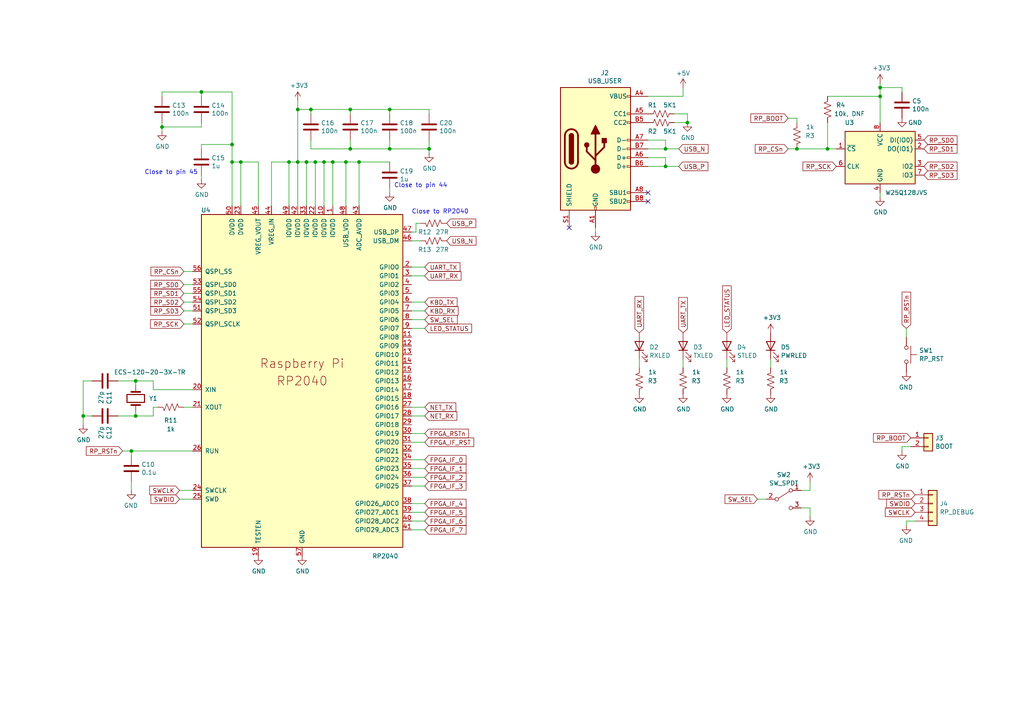
<source format=kicad_sch>
(kicad_sch (version 20230121) (generator eeschema)
  (paper "A4")
  (lib_symbols
    (symbol "Connector:USB_C_Receptacle_USB2.0" (pin_names (offset 1.016))
      (property "Reference" "J" (at -10.16 19.05 0))
      (property "Value" "USB_C_Receptacle_USB2.0" (at 19.05 19.05 0))
      (symbol "USB_C_Receptacle_USB2.0_0_0"
        (rectangle (start -0.254 -17.78) (end 0.254 -16.764))
        (rectangle (start 10.16 -14.986) (end 9.144 -15.494))
        (rectangle (start 10.16 -12.446) (end 9.144 -12.954))
        (rectangle (start 10.16 -4.826) (end 9.144 -5.334))
        (rectangle (start 10.16 -2.286) (end 9.144 -2.794))
        (rectangle (start 10.16 0.254) (end 9.144 -0.254))
        (rectangle (start 10.16 2.794) (end 9.144 2.286))
        (rectangle (start 10.16 7.874) (end 9.144 7.366))
        (rectangle (start 10.16 10.414) (end 9.144 9.906))
        (rectangle (start 10.16 15.494) (end 9.144 14.986))
      )
      (symbol "USB_C_Receptacle_USB2.0_0_1"
        (rectangle (start -10.16 17.78) (end 10.16 -17.78) (stroke (width 0.254)) (fill (type background)))
        (arc (start -8.89 -3.81) (mid -6.985 -5.7067) (end -5.08 -3.81) (stroke (width 0.508)))
        (arc (start -7.62 -3.81) (mid -6.985 -4.4423) (end -6.35 -3.81) (stroke (width 0.254)))
        (arc (start -7.62 -3.81) (mid -6.985 -4.4423) (end -6.35 -3.81) (stroke (width 0.254)) (fill (type outline)))
        (rectangle (start -7.62 -3.81) (end -6.35 3.81) (stroke (width 0.254)) (fill (type outline)))
        (arc (start -6.35 3.81) (mid -6.985 4.4423) (end -7.62 3.81) (stroke (width 0.254)))
        (arc (start -6.35 3.81) (mid -6.985 4.4423) (end -7.62 3.81) (stroke (width 0.254)) (fill (type outline)))
        (arc (start -5.08 3.81) (mid -6.985 5.7067) (end -8.89 3.81) (stroke (width 0.508)))
        (circle (center -2.54 1.143) (radius 0.635) (stroke (width 0.254)) (fill (type outline)))
        (circle (center 0 -5.842) (radius 1.27) (fill (type outline)))
        (polyline (pts (xy -8.89 -3.81) (xy -8.89 3.81)) (stroke (width 0.508)))
        (polyline (pts (xy -5.08 3.81) (xy -5.08 -3.81)) (stroke (width 0.508)))
        (polyline (pts (xy 0 -5.842) (xy 0 4.318)) (stroke (width 0.508)))
        (polyline (pts (xy 0 -3.302) (xy -2.54 -0.762) (xy -2.54 0.508)) (stroke (width 0.508)))
        (polyline (pts (xy 0 -2.032) (xy 2.54 0.508) (xy 2.54 1.778)) (stroke (width 0.508)))
        (polyline (pts (xy -1.27 4.318) (xy 0 6.858) (xy 1.27 4.318) (xy -1.27 4.318)) (stroke (width 0.254)) (fill (type outline)))
        (rectangle (start 1.905 1.778) (end 3.175 3.048) (stroke (width 0.254)) (fill (type outline)))
      )
      (symbol "USB_C_Receptacle_USB2.0_1_1"
        (pin passive line (at 0 -22.86 90) (length 5.08) (name "GND") (number "A1"))
        (pin passive line (at 0 -22.86 90) (length 5.08) hide (name "GND") (number "A12"))
        (pin passive line (at 15.24 15.24 180) (length 5.08) (name "VBUS") (number "A4"))
        (pin bidirectional line (at 15.24 10.16 180) (length 5.08) (name "CC1") (number "A5"))
        (pin bidirectional line (at 15.24 -2.54 180) (length 5.08) (name "D+") (number "A6"))
        (pin bidirectional line (at 15.24 2.54 180) (length 5.08) (name "D-") (number "A7"))
        (pin bidirectional line (at 15.24 -12.7 180) (length 5.08) (name "SBU1") (number "A8"))
        (pin passive line (at 15.24 15.24 180) (length 5.08) hide (name "VBUS") (number "A9"))
        (pin passive line (at 0 -22.86 90) (length 5.08) hide (name "GND") (number "B1"))
        (pin passive line (at 0 -22.86 90) (length 5.08) hide (name "GND") (number "B12"))
        (pin passive line (at 15.24 15.24 180) (length 5.08) hide (name "VBUS") (number "B4"))
        (pin bidirectional line (at 15.24 7.62 180) (length 5.08) (name "CC2") (number "B5"))
        (pin bidirectional line (at 15.24 -5.08 180) (length 5.08) (name "D+") (number "B6"))
        (pin bidirectional line (at 15.24 0 180) (length 5.08) (name "D-") (number "B7"))
        (pin bidirectional line (at 15.24 -15.24 180) (length 5.08) (name "SBU2") (number "B8"))
        (pin passive line (at 15.24 15.24 180) (length 5.08) hide (name "VBUS") (number "B9"))
        (pin passive line (at -7.62 -22.86 90) (length 5.08) (name "SHIELD") (number "S1"))
      )
    )
    (symbol "Connector_Generic:Conn_01x02" (pin_names (offset 1.016) hide)
      (property "Reference" "J" (at 0 2.54 0))
      (property "Value" "Conn_01x02" (at 0 -5.08 0))
      (symbol "Conn_01x02_1_1"
        (rectangle (start -1.27 -2.413) (end 0 -2.667) (stroke (width 0.1524)))
        (rectangle (start -1.27 0.127) (end 0 -0.127) (stroke (width 0.1524)))
        (rectangle (start -1.27 1.27) (end 1.27 -3.81) (stroke (width 0.254)) (fill (type background)))
        (pin passive line (at -5.08 0 0) (length 3.81) (name "Pin_1") (number "1"))
        (pin passive line (at -5.08 -2.54 0) (length 3.81) (name "Pin_2") (number "2"))
      )
    )
    (symbol "Connector_Generic:Conn_01x04" (pin_names (offset 1.016) hide)
      (property "Reference" "J" (at 0 5.08 0))
      (property "Value" "Conn_01x04" (at 0 -7.62 0))
      (symbol "Conn_01x04_1_1"
        (rectangle (start -1.27 -4.953) (end 0 -5.207) (stroke (width 0.1524)))
        (rectangle (start -1.27 -2.413) (end 0 -2.667) (stroke (width 0.1524)))
        (rectangle (start -1.27 0.127) (end 0 -0.127) (stroke (width 0.1524)))
        (rectangle (start -1.27 2.667) (end 0 2.413) (stroke (width 0.1524)))
        (rectangle (start -1.27 3.81) (end 1.27 -6.35) (stroke (width 0.254)) (fill (type background)))
        (pin passive line (at -5.08 2.54 0) (length 3.81) (name "Pin_1") (number "1"))
        (pin passive line (at -5.08 0 0) (length 3.81) (name "Pin_2") (number "2"))
        (pin passive line (at -5.08 -2.54 0) (length 3.81) (name "Pin_3") (number "3"))
        (pin passive line (at -5.08 -5.08 0) (length 3.81) (name "Pin_4") (number "4"))
      )
    )
    (symbol "Device:C" (pin_numbers hide) (pin_names (offset 0.254))
      (property "Reference" "C" (at 0.635 2.54 0))
      (property "Value" "C" (at 0.635 -2.54 0))
      (symbol "C_0_1"
        (polyline (pts (xy -2.032 -0.762) (xy 2.032 -0.762)) (stroke (width 0.508)))
        (polyline (pts (xy -2.032 0.762) (xy 2.032 0.762)) (stroke (width 0.508)))
      )
      (symbol "C_1_1"
        (pin passive line (at 0 3.81 270) (length 2.794) (name "~") (number "1"))
        (pin passive line (at 0 -3.81 90) (length 2.794) (name "~") (number "2"))
      )
    )
    (symbol "Device:Crystal" (pin_numbers hide) (pin_names (offset 1.016) hide)
      (property "Reference" "Y" (at 0 3.81 0))
      (property "Value" "Crystal" (at 0 -3.81 0))
      (symbol "Crystal_0_1"
        (rectangle (start -1.143 2.54) (end 1.143 -2.54) (stroke (width 0.3048)))
        (polyline (pts (xy -2.54 0) (xy -1.905 0)))
        (polyline (pts (xy -1.905 -1.27) (xy -1.905 1.27)) (stroke (width 0.508)))
        (polyline (pts (xy 1.905 -1.27) (xy 1.905 1.27)) (stroke (width 0.508)))
        (polyline (pts (xy 2.54 0) (xy 1.905 0)))
      )
      (symbol "Crystal_1_1"
        (pin passive line (at -3.81 0 0) (length 1.27) (name "1") (number "1"))
        (pin passive line (at 3.81 0 180) (length 1.27) (name "2") (number "2"))
      )
    )
    (symbol "Device:LED" (pin_numbers hide) (pin_names (offset 1.016) hide)
      (property "Reference" "D" (at 0 2.54 0))
      (property "Value" "LED" (at 0 -2.54 0))
      (symbol "LED_0_1"
        (polyline (pts (xy -1.27 -1.27) (xy -1.27 1.27)) (stroke (width 0.254)))
        (polyline (pts (xy -1.27 0) (xy 1.27 0)))
        (polyline (pts (xy 1.27 -1.27) (xy 1.27 1.27) (xy -1.27 0) (xy 1.27 -1.27)) (stroke (width 0.254)))
        (polyline (pts (xy -3.048 -0.762) (xy -4.572 -2.286) (xy -3.81 -2.286) (xy -4.572 -2.286) (xy -4.572 -1.524)))
        (polyline (pts (xy -1.778 -0.762) (xy -3.302 -2.286) (xy -2.54 -2.286) (xy -3.302 -2.286) (xy -3.302 -1.524)))
      )
      (symbol "LED_1_1"
        (pin passive line (at -3.81 0 0) (length 2.54) (name "K") (number "1"))
        (pin passive line (at 3.81 0 180) (length 2.54) (name "A") (number "2"))
      )
    )
    (symbol "Device:R_US" (pin_numbers hide) (pin_names (offset 0))
      (property "Reference" "R" (at 2.54 0 90))
      (property "Value" "R_US" (at -2.54 0 90))
      (symbol "R_US_0_1"
        (polyline (pts (xy 0 -2.286) (xy 0 -2.54)))
        (polyline (pts (xy 0 2.286) (xy 0 2.54)))
        (polyline (pts (xy 0 -0.762) (xy 1.016 -1.143) (xy 0 -1.524) (xy -1.016 -1.905) (xy 0 -2.286)))
        (polyline (pts (xy 0 0.762) (xy 1.016 0.381) (xy 0 0) (xy -1.016 -0.381) (xy 0 -0.762)))
        (polyline (pts (xy 0 2.286) (xy 1.016 1.905) (xy 0 1.524) (xy -1.016 1.143) (xy 0 0.762)))
      )
      (symbol "R_US_1_1"
        (pin passive line (at 0 3.81 270) (length 1.27) (name "~") (number "1"))
        (pin passive line (at 0 -3.81 90) (length 1.27) (name "~") (number "2"))
      )
    )
    (symbol "MCU_RaspberryPi_RP2040:RP2040" (pin_names (offset 1.016))
      (property "Reference" "U" (at -29.21 49.53 0))
      (property "Value" "RP2040" (at 24.13 -49.53 0))
      (symbol "RP2040_0_0"
        (text "Raspberry Pi" (at 0 5.08 0) (effects (font (size 2.54 2.54))))
        (text "RP2040" (at 0 0 0) (effects (font (size 2.54 2.54))))
      )
      (symbol "RP2040_0_1"
        (rectangle (start 29.21 48.26) (end -29.21 -48.26) (stroke (width 0.254)) (fill (type background)))
      )
      (symbol "RP2040_1_1"
        (pin power_in line (at 8.89 50.8 270) (length 2.54) (name "IOVDD") (number "1"))
        (pin power_in line (at 6.35 50.8 270) (length 2.54) (name "IOVDD") (number "10"))
        (pin bidirectional line (at 31.75 12.7 180) (length 2.54) (name "GPIO8") (number "11"))
        (pin bidirectional line (at 31.75 10.16 180) (length 2.54) (name "GPIO9") (number "12"))
        (pin bidirectional line (at 31.75 7.62 180) (length 2.54) (name "GPIO10") (number "13"))
        (pin bidirectional line (at 31.75 5.08 180) (length 2.54) (name "GPIO11") (number "14"))
        (pin bidirectional line (at 31.75 2.54 180) (length 2.54) (name "GPIO12") (number "15"))
        (pin bidirectional line (at 31.75 0 180) (length 2.54) (name "GPIO13") (number "16"))
        (pin bidirectional line (at 31.75 -2.54 180) (length 2.54) (name "GPIO14") (number "17"))
        (pin bidirectional line (at 31.75 -5.08 180) (length 2.54) (name "GPIO15") (number "18"))
        (pin passive line (at -12.7 -50.8 90) (length 2.54) (name "TESTEN") (number "19"))
        (pin bidirectional line (at 31.75 33.02 180) (length 2.54) (name "GPIO0") (number "2"))
        (pin input line (at -31.75 -2.54 0) (length 2.54) (name "XIN") (number "20"))
        (pin passive line (at -31.75 -7.62 0) (length 2.54) (name "XOUT") (number "21"))
        (pin power_in line (at 3.81 50.8 270) (length 2.54) (name "IOVDD") (number "22"))
        (pin power_in line (at -17.78 50.8 270) (length 2.54) (name "DVDD") (number "23"))
        (pin output line (at -31.75 -31.75 0) (length 2.54) (name "SWCLK") (number "24"))
        (pin bidirectional line (at -31.75 -34.29 0) (length 2.54) (name "SWD") (number "25"))
        (pin input line (at -31.75 -20.32 0) (length 2.54) (name "RUN") (number "26"))
        (pin bidirectional line (at 31.75 -7.62 180) (length 2.54) (name "GPIO16") (number "27"))
        (pin bidirectional line (at 31.75 -10.16 180) (length 2.54) (name "GPIO17") (number "28"))
        (pin bidirectional line (at 31.75 -12.7 180) (length 2.54) (name "GPIO18") (number "29"))
        (pin bidirectional line (at 31.75 30.48 180) (length 2.54) (name "GPIO1") (number "3"))
        (pin bidirectional line (at 31.75 -15.24 180) (length 2.54) (name "GPIO19") (number "30"))
        (pin bidirectional line (at 31.75 -17.78 180) (length 2.54) (name "GPIO20") (number "31"))
        (pin bidirectional line (at 31.75 -20.32 180) (length 2.54) (name "GPIO21") (number "32"))
        (pin power_in line (at 1.27 50.8 270) (length 2.54) (name "IOVDD") (number "33"))
        (pin bidirectional line (at 31.75 -22.86 180) (length 2.54) (name "GPIO22") (number "34"))
        (pin bidirectional line (at 31.75 -25.4 180) (length 2.54) (name "GPIO23") (number "35"))
        (pin bidirectional line (at 31.75 -27.94 180) (length 2.54) (name "GPIO24") (number "36"))
        (pin bidirectional line (at 31.75 -30.48 180) (length 2.54) (name "GPIO25") (number "37"))
        (pin bidirectional line (at 31.75 -35.56 180) (length 2.54) (name "GPIO26_ADC0") (number "38"))
        (pin bidirectional line (at 31.75 -38.1 180) (length 2.54) (name "GPIO27_ADC1") (number "39"))
        (pin bidirectional line (at 31.75 27.94 180) (length 2.54) (name "GPIO2") (number "4"))
        (pin bidirectional line (at 31.75 -40.64 180) (length 2.54) (name "GPIO28_ADC2") (number "40"))
        (pin bidirectional line (at 31.75 -43.18 180) (length 2.54) (name "GPIO29_ADC3") (number "41"))
        (pin power_in line (at -1.27 50.8 270) (length 2.54) (name "IOVDD") (number "42"))
        (pin power_in line (at 16.51 50.8 270) (length 2.54) (name "ADC_AVDD") (number "43"))
        (pin power_in line (at -8.89 50.8 270) (length 2.54) (name "VREG_IN") (number "44"))
        (pin power_out line (at -12.7 50.8 270) (length 2.54) (name "VREG_VOUT") (number "45"))
        (pin bidirectional line (at 31.75 40.64 180) (length 2.54) (name "USB_DM") (number "46"))
        (pin bidirectional line (at 31.75 43.18 180) (length 2.54) (name "USB_DP") (number "47"))
        (pin power_in line (at 12.7 50.8 270) (length 2.54) (name "USB_VDD") (number "48"))
        (pin power_in line (at -3.81 50.8 270) (length 2.54) (name "IOVDD") (number "49"))
        (pin bidirectional line (at 31.75 25.4 180) (length 2.54) (name "GPIO3") (number "5"))
        (pin power_in line (at -20.32 50.8 270) (length 2.54) (name "DVDD") (number "50"))
        (pin bidirectional line (at -31.75 20.32 0) (length 2.54) (name "QSPI_SD3") (number "51"))
        (pin output line (at -31.75 16.51 0) (length 2.54) (name "QSPI_SCLK") (number "52"))
        (pin bidirectional line (at -31.75 27.94 0) (length 2.54) (name "QSPI_SD0") (number "53"))
        (pin bidirectional line (at -31.75 22.86 0) (length 2.54) (name "QSPI_SD2") (number "54"))
        (pin bidirectional line (at -31.75 25.4 0) (length 2.54) (name "QSPI_SD1") (number "55"))
        (pin bidirectional line (at -31.75 31.75 0) (length 2.54) (name "QSPI_SS") (number "56"))
        (pin power_in line (at 0 -50.8 90) (length 2.54) (name "GND") (number "57"))
        (pin bidirectional line (at 31.75 22.86 180) (length 2.54) (name "GPIO4") (number "6"))
        (pin bidirectional line (at 31.75 20.32 180) (length 2.54) (name "GPIO5") (number "7"))
        (pin bidirectional line (at 31.75 17.78 180) (length 2.54) (name "GPIO6") (number "8"))
        (pin bidirectional line (at 31.75 15.24 180) (length 2.54) (name "GPIO7") (number "9"))
      )
    )
    (symbol "Memory_Flash:W25Q128JVS"
      (property "Reference" "U" (at -8.89 8.89 0))
      (property "Value" "W25Q128JVS" (at 7.62 8.89 0))
      (symbol "W25Q128JVS_0_1"
        (rectangle (start -10.16 7.62) (end 10.16 -7.62) (stroke (width 0.254)) (fill (type background)))
      )
      (symbol "W25Q128JVS_1_1"
        (pin input line (at -12.7 2.54 0) (length 2.54) (name "~{CS}") (number "1"))
        (pin bidirectional line (at 12.7 2.54 180) (length 2.54) (name "DO(IO1)") (number "2"))
        (pin bidirectional line (at 12.7 -2.54 180) (length 2.54) (name "IO2") (number "3"))
        (pin power_in line (at 0 -10.16 90) (length 2.54) (name "GND") (number "4"))
        (pin bidirectional line (at 12.7 5.08 180) (length 2.54) (name "DI(IO0)") (number "5"))
        (pin input line (at -12.7 -2.54 0) (length 2.54) (name "CLK") (number "6"))
        (pin bidirectional line (at 12.7 -5.08 180) (length 2.54) (name "IO3") (number "7"))
        (pin power_in line (at 0 10.16 270) (length 2.54) (name "VCC") (number "8"))
      )
    )
    (symbol "Switch:SW_Push" (pin_numbers hide) (pin_names (offset 1.016) hide)
      (property "Reference" "SW" (at 1.27 2.54 0))
      (property "Value" "SW_Push" (at 0 -1.524 0))
      (symbol "SW_Push_0_1"
        (circle (center -2.032 0) (radius 0.508))
        (polyline (pts (xy 0 1.27) (xy 0 3.048)))
        (polyline (pts (xy 2.54 1.27) (xy -2.54 1.27)))
        (circle (center 2.032 0) (radius 0.508))
        (pin passive line (at -5.08 0 0) (length 2.54) (name "1") (number "1"))
        (pin passive line (at 5.08 0 180) (length 2.54) (name "2") (number "2"))
      )
    )
    (symbol "Switch:SW_SPDT" (pin_names (offset 0) hide)
      (property "Reference" "SW" (at 0 4.318 0))
      (property "Value" "SW_SPDT" (at 0 -5.08 0))
      (symbol "SW_SPDT_0_0"
        (circle (center -2.032 0) (radius 0.508))
        (circle (center 2.032 -2.54) (radius 0.508))
      )
      (symbol "SW_SPDT_0_1"
        (polyline (pts (xy -1.524 0.254) (xy 1.651 2.286)))
        (circle (center 2.032 2.54) (radius 0.508))
      )
      (symbol "SW_SPDT_1_1"
        (pin passive line (at 5.08 2.54 180) (length 2.54) (name "A") (number "1"))
        (pin passive line (at -5.08 0 0) (length 2.54) (name "B") (number "2"))
        (pin passive line (at 5.08 -2.54 180) (length 2.54) (name "C") (number "3"))
      )
    )
    (symbol "power:+3V3" (power) (pin_names (offset 0))
      (property "Value" "+3V3" (at 0 3.556 0))
      (symbol "+3V3_0_1"
        (polyline (pts (xy -0.762 1.27) (xy 0 2.54)))
        (polyline (pts (xy 0 0) (xy 0 2.54)))
        (polyline (pts (xy 0 2.54) (xy 0.762 1.27)))
      )
      (symbol "+3V3_1_1"
        (pin power_in line (at 0 0 90) (length 0) hide (name "+3V3") (number "1"))
      )
    )
    (symbol "power:+5V" (power) (pin_names (offset 0))
      (property "Value" "+5V" (at 0 3.556 0))
      (symbol "+5V_0_1"
        (polyline (pts (xy -0.762 1.27) (xy 0 2.54)))
        (polyline (pts (xy 0 0) (xy 0 2.54)))
        (polyline (pts (xy 0 2.54) (xy 0.762 1.27)))
      )
      (symbol "+5V_1_1"
        (pin power_in line (at 0 0 90) (length 0) hide (name "+5V") (number "1"))
      )
    )
    (symbol "power:GND" (power) (pin_names (offset 0))
      (property "Value" "GND" (at 0 -3.81 0))
      (symbol "GND_0_1"
        (polyline (pts (xy 0 0) (xy 0 -1.27) (xy 1.27 -1.27) (xy 0 -2.54) (xy -1.27 -1.27) (xy 0 -1.27)))
      )
      (symbol "GND_1_1"
        (pin power_in line (at 0 0 270) (length 0) hide (name "GND") (number "1"))
      )
    )
  )
  (junction (at 69.85 46.99))
  (junction (at 101.6 43.18))
  (junction (at 86.36 46.99))
  (junction (at 100.33 46.99))
  (junction (at 86.36 31.75))
  (junction (at 39.37 120.65))
  (junction (at 93.98 46.99))
  (junction (at 83.82 46.99))
  (junction (at 96.52 46.99))
  (junction (at 113.03 31.75))
  (junction (at 193.04 43.18))
  (junction (at 39.37 110.49))
  (junction (at 255.27 27.94))
  (junction (at 104.14 46.99))
  (junction (at 67.31 41.91))
  (junction (at 46.99 36.83))
  (junction (at 91.44 46.99))
  (junction (at 199.39 35.56))
  (junction (at 58.42 26.67))
  (junction (at 101.6 31.75))
  (junction (at 67.31 46.99))
  (junction (at 240.03 43.18))
  (junction (at 255.27 25.4))
  (junction (at 193.04 48.26))
  (junction (at 113.03 43.18))
  (junction (at 124.46 43.18))
  (junction (at 90.17 31.75))
  (junction (at 38.1 130.81))
  (junction (at 88.9 46.99))
  (junction (at 231.14 43.18))
  (junction (at 24.13 120.65))
  (no_connect (at 187.96 55.88))
  (no_connect (at 165.1 66.04))
  (no_connect (at 187.96 58.42))
  (wire (pts (xy 104.14 46.99) (xy 104.14 59.69)))
  (wire (pts (xy 83.82 46.99) (xy 86.36 46.99)))
  (wire (pts (xy 113.03 54.61) (xy 113.03 55.88)))
  (wire (pts (xy 101.6 31.75) (xy 113.03 31.75)))
  (wire (pts (xy 52.07 142.24) (xy 55.88 142.24)))
  (wire (pts (xy 58.42 36.83) (xy 58.42 35.56)))
  (wire (pts (xy 261.62 26.67) (xy 261.62 25.4)))
  (wire (pts (xy 119.38 140.97) (xy 123.19 140.97)))
  (wire (pts (xy 234.95 142.24) (xy 232.41 142.24)))
  (wire (pts (xy 78.74 46.99) (xy 83.82 46.99)))
  (wire (pts (xy 240.03 27.94) (xy 255.27 27.94)))
  (wire (pts (xy 231.14 34.29) (xy 231.14 35.56)))
  (wire (pts (xy 96.52 46.99) (xy 100.33 46.99)))
  (wire (pts (xy 93.98 46.99) (xy 96.52 46.99)))
  (wire (pts (xy 90.17 31.75) (xy 101.6 31.75)))
  (wire (pts (xy 187.96 48.26) (xy 193.04 48.26)))
  (wire (pts (xy 38.1 130.81) (xy 55.88 130.81)))
  (wire (pts (xy 101.6 33.02) (xy 101.6 31.75)))
  (wire (pts (xy 86.36 59.69) (xy 86.36 46.99)))
  (wire (pts (xy 228.6 34.29) (xy 231.14 34.29)))
  (wire (pts (xy 113.03 31.75) (xy 124.46 31.75)))
  (wire (pts (xy 255.27 25.4) (xy 255.27 27.94)))
  (wire (pts (xy 195.58 33.02) (xy 199.39 33.02)))
  (wire (pts (xy 44.45 118.11) (xy 44.45 120.65)))
  (wire (pts (xy 119.38 138.43) (xy 123.19 138.43)))
  (wire (pts (xy 198.12 104.14) (xy 198.12 106.68)))
  (wire (pts (xy 199.39 35.56) (xy 195.58 35.56)))
  (wire (pts (xy 262.89 152.4) (xy 262.89 151.13)))
  (wire (pts (xy 24.13 120.65) (xy 26.67 120.65)))
  (wire (pts (xy 53.34 90.17) (xy 55.88 90.17)))
  (wire (pts (xy 113.03 43.18) (xy 101.6 43.18)))
  (wire (pts (xy 101.6 40.64) (xy 101.6 43.18)))
  (wire (pts (xy 74.93 46.99) (xy 69.85 46.99)))
  (wire (pts (xy 119.38 120.65) (xy 123.19 120.65)))
  (wire (pts (xy 39.37 120.65) (xy 44.45 120.65)))
  (wire (pts (xy 67.31 41.91) (xy 67.31 46.99)))
  (wire (pts (xy 58.42 41.91) (xy 67.31 41.91)))
  (wire (pts (xy 187.96 45.72) (xy 193.04 45.72)))
  (wire (pts (xy 119.38 90.17) (xy 123.19 90.17)))
  (wire (pts (xy 45.72 118.11) (xy 44.45 118.11)))
  (wire (pts (xy 232.41 147.32) (xy 234.95 147.32)))
  (wire (pts (xy 86.36 46.99) (xy 88.9 46.99)))
  (wire (pts (xy 46.99 27.94) (xy 46.99 26.67)))
  (wire (pts (xy 100.33 46.99) (xy 104.14 46.99)))
  (wire (pts (xy 187.96 43.18) (xy 193.04 43.18)))
  (wire (pts (xy 124.46 33.02) (xy 124.46 31.75)))
  (wire (pts (xy 172.72 66.04) (xy 172.72 67.31)))
  (wire (pts (xy 223.52 104.14) (xy 223.52 106.68)))
  (wire (pts (xy 119.38 67.31) (xy 120.65 67.31)))
  (wire (pts (xy 69.85 46.99) (xy 67.31 46.99)))
  (wire (pts (xy 46.99 36.83) (xy 46.99 38.1)))
  (wire (pts (xy 234.95 139.7) (xy 234.95 142.24)))
  (wire (pts (xy 255.27 55.88) (xy 255.27 57.15)))
  (wire (pts (xy 262.89 95.25) (xy 262.89 97.79)))
  (wire (pts (xy 58.42 50.8) (xy 58.42 52.07)))
  (wire (pts (xy 35.56 130.81) (xy 38.1 130.81)))
  (wire (pts (xy 262.89 151.13) (xy 265.43 151.13)))
  (wire (pts (xy 46.99 35.56) (xy 46.99 36.83)))
  (wire (pts (xy 119.38 92.71) (xy 123.19 92.71)))
  (wire (pts (xy 74.93 59.69) (xy 74.93 46.99)))
  (wire (pts (xy 86.36 29.21) (xy 86.36 31.75)))
  (wire (pts (xy 119.38 87.63) (xy 123.19 87.63)))
  (wire (pts (xy 39.37 110.49) (xy 44.45 110.49)))
  (wire (pts (xy 39.37 110.49) (xy 39.37 111.76)))
  (wire (pts (xy 91.44 46.99) (xy 93.98 46.99)))
  (wire (pts (xy 91.44 59.69) (xy 91.44 46.99)))
  (wire (pts (xy 240.03 35.56) (xy 240.03 43.18)))
  (wire (pts (xy 119.38 135.89) (xy 123.19 135.89)))
  (wire (pts (xy 119.38 77.47) (xy 123.19 77.47)))
  (wire (pts (xy 88.9 46.99) (xy 91.44 46.99)))
  (wire (pts (xy 199.39 33.02) (xy 199.39 35.56)))
  (wire (pts (xy 124.46 40.64) (xy 124.46 43.18)))
  (wire (pts (xy 67.31 46.99) (xy 67.31 59.69)))
  (wire (pts (xy 53.34 118.11) (xy 55.88 118.11)))
  (wire (pts (xy 52.07 144.78) (xy 55.88 144.78)))
  (wire (pts (xy 119.38 125.73) (xy 123.19 125.73)))
  (wire (pts (xy 58.42 43.18) (xy 58.42 41.91)))
  (wire (pts (xy 119.38 133.35) (xy 123.19 133.35)))
  (wire (pts (xy 119.38 128.27) (xy 123.19 128.27)))
  (wire (pts (xy 113.03 40.64) (xy 113.03 43.18)))
  (wire (pts (xy 119.38 80.01) (xy 123.19 80.01)))
  (wire (pts (xy 193.04 40.64) (xy 193.04 43.18)))
  (wire (pts (xy 24.13 120.65) (xy 24.13 123.19)))
  (wire (pts (xy 100.33 59.69) (xy 100.33 46.99)))
  (wire (pts (xy 255.27 24.13) (xy 255.27 25.4)))
  (wire (pts (xy 38.1 139.7) (xy 38.1 142.24)))
  (wire (pts (xy 58.42 26.67) (xy 67.31 26.67)))
  (wire (pts (xy 53.34 78.74) (xy 55.88 78.74)))
  (wire (pts (xy 93.98 59.69) (xy 93.98 46.99)))
  (wire (pts (xy 119.38 151.13) (xy 123.19 151.13)))
  (wire (pts (xy 234.95 147.32) (xy 234.95 149.86)))
  (wire (pts (xy 119.38 69.85) (xy 121.92 69.85)))
  (wire (pts (xy 53.34 85.09) (xy 55.88 85.09)))
  (wire (pts (xy 119.38 148.59) (xy 123.19 148.59)))
  (wire (pts (xy 86.36 31.75) (xy 86.36 46.99)))
  (wire (pts (xy 210.82 104.14) (xy 210.82 106.68)))
  (wire (pts (xy 90.17 40.64) (xy 90.17 43.18)))
  (wire (pts (xy 88.9 59.69) (xy 88.9 46.99)))
  (wire (pts (xy 255.27 27.94) (xy 255.27 35.56)))
  (wire (pts (xy 46.99 26.67) (xy 58.42 26.67)))
  (wire (pts (xy 34.29 120.65) (xy 39.37 120.65)))
  (wire (pts (xy 69.85 59.69) (xy 69.85 46.99)))
  (wire (pts (xy 119.38 153.67) (xy 123.19 153.67)))
  (wire (pts (xy 101.6 43.18) (xy 90.17 43.18)))
  (wire (pts (xy 39.37 120.65) (xy 39.37 119.38)))
  (wire (pts (xy 120.65 67.31) (xy 120.65 64.77)))
  (wire (pts (xy 198.12 27.94) (xy 198.12 25.4)))
  (wire (pts (xy 34.29 110.49) (xy 39.37 110.49)))
  (wire (pts (xy 119.38 95.25) (xy 123.19 95.25)))
  (wire (pts (xy 231.14 43.18) (xy 240.03 43.18)))
  (wire (pts (xy 83.82 59.69) (xy 83.82 46.99)))
  (wire (pts (xy 44.45 110.49) (xy 44.45 113.03)))
  (wire (pts (xy 90.17 33.02) (xy 90.17 31.75)))
  (wire (pts (xy 119.38 118.11) (xy 123.19 118.11)))
  (wire (pts (xy 124.46 43.18) (xy 124.46 44.45)))
  (wire (pts (xy 261.62 25.4) (xy 255.27 25.4)))
  (wire (pts (xy 187.96 40.64) (xy 193.04 40.64)))
  (wire (pts (xy 67.31 26.67) (xy 67.31 41.91)))
  (wire (pts (xy 264.16 129.54) (xy 261.62 129.54)))
  (wire (pts (xy 187.96 27.94) (xy 198.12 27.94)))
  (wire (pts (xy 219.71 144.78) (xy 222.25 144.78)))
  (wire (pts (xy 78.74 59.69) (xy 78.74 46.99)))
  (wire (pts (xy 58.42 27.94) (xy 58.42 26.67)))
  (wire (pts (xy 240.03 43.18) (xy 242.57 43.18)))
  (wire (pts (xy 193.04 48.26) (xy 196.85 48.26)))
  (wire (pts (xy 53.34 82.55) (xy 55.88 82.55)))
  (wire (pts (xy 185.42 104.14) (xy 185.42 106.68)))
  (wire (pts (xy 228.6 43.18) (xy 231.14 43.18)))
  (wire (pts (xy 46.99 36.83) (xy 58.42 36.83)))
  (wire (pts (xy 24.13 110.49) (xy 26.67 110.49)))
  (wire (pts (xy 193.04 45.72) (xy 193.04 48.26)))
  (wire (pts (xy 120.65 64.77) (xy 121.92 64.77)))
  (wire (pts (xy 38.1 132.08) (xy 38.1 130.81)))
  (wire (pts (xy 24.13 110.49) (xy 24.13 120.65)))
  (wire (pts (xy 113.03 33.02) (xy 113.03 31.75)))
  (wire (pts (xy 119.38 146.05) (xy 123.19 146.05)))
  (wire (pts (xy 86.36 31.75) (xy 90.17 31.75)))
  (wire (pts (xy 53.34 93.98) (xy 55.88 93.98)))
  (wire (pts (xy 53.34 87.63) (xy 55.88 87.63)))
  (wire (pts (xy 96.52 46.99) (xy 96.52 59.69)))
  (wire (pts (xy 261.62 129.54) (xy 261.62 130.81)))
  (wire (pts (xy 124.46 43.18) (xy 113.03 43.18)))
  (wire (pts (xy 193.04 43.18) (xy 196.85 43.18)))
  (wire (pts (xy 55.88 113.03) (xy 44.45 113.03)))
  (wire (pts (xy 104.14 46.99) (xy 113.03 46.99)))
  (text "Close to RP2040" (at 119.38 62.23 0) (effects (font (size 1.27 1.27)) (justify left bottom)))
  (text "Close to pin 44" (at 114.3 54.61 0) (effects (font (size 1.27 1.27)) (justify left bottom)))
  (text "Close to pin 45" (at 41.91 50.8 0) (effects (font (size 1.27 1.27)) (justify left bottom)))
  (global_label "RP_CSn" (shape input) (at 228.6 43.18 180) (property "Intersheetrefs" "${INTERSHEET_REFS}" (effects hide)))
  (global_label "FPGA_RSTn" (shape input) (at 123.19 125.73 0) (property "Intersheetrefs" "${INTERSHEET_REFS}" (effects hide)))
  (global_label "SW_SEL" (shape input) (at 123.19 92.71 0) (property "Intersheetrefs" "${INTERSHEET_REFS}" (effects hide)))
  (global_label "NET_TX" (shape input) (at 123.19 118.11 0) (property "Intersheetrefs" "${INTERSHEET_REFS}" (effects hide)))
  (global_label "USB_N" (shape input) (at 196.85 43.18 0) (property "Intersheetrefs" "${INTERSHEET_REFS}" (effects hide)))
  (global_label "FPGA_IF_0" (shape input) (at 123.19 133.35 0) (property "Intersheetrefs" "${INTERSHEET_REFS}" (effects hide)))
  (global_label "SW_SEL" (shape input) (at 219.71 144.78 180) (property "Intersheetrefs" "${INTERSHEET_REFS}" (effects hide)))
  (global_label "NET_RX" (shape input) (at 123.19 120.65 0) (property "Intersheetrefs" "${INTERSHEET_REFS}" (effects hide)))
  (global_label "RP_RSTn" (shape input) (at 262.89 95.25 90) (property "Intersheetrefs" "${INTERSHEET_REFS}" (effects hide)))
  (global_label "RP_CSn" (shape input) (at 53.34 78.74 180) (property "Intersheetrefs" "${INTERSHEET_REFS}" (effects hide)))
  (global_label "FPGA_IF_4" (shape input) (at 123.19 146.05 0) (property "Intersheetrefs" "${INTERSHEET_REFS}" (effects hide)))
  (global_label "UART_RX" (shape input) (at 185.42 96.52 90) (property "Intersheetrefs" "${INTERSHEET_REFS}" (effects hide)))
  (global_label "FPGA_IF_3" (shape input) (at 123.19 140.97 0) (property "Intersheetrefs" "${INTERSHEET_REFS}" (effects hide)))
  (global_label "RP_BOOT" (shape input) (at 228.6 34.29 180) (property "Intersheetrefs" "${INTERSHEET_REFS}" (effects hide)))
  (global_label "USB_P" (shape input) (at 129.54 64.77 0) (property "Intersheetrefs" "${INTERSHEET_REFS}" (effects hide)))
  (global_label "KBD_TX" (shape input) (at 123.19 87.63 0) (property "Intersheetrefs" "${INTERSHEET_REFS}" (effects hide)))
  (global_label "RP_SD3" (shape input) (at 267.97 50.8 0) (property "Intersheetrefs" "${INTERSHEET_REFS}" (effects hide)))
  (global_label "KBD_RX" (shape input) (at 123.19 90.17 0) (property "Intersheetrefs" "${INTERSHEET_REFS}" (effects hide)))
  (global_label "RP_SD0" (shape input) (at 53.34 82.55 180) (property "Intersheetrefs" "${INTERSHEET_REFS}" (effects hide)))
  (global_label "RP_SCK" (shape input) (at 242.57 48.26 180) (property "Intersheetrefs" "${INTERSHEET_REFS}" (effects hide)))
  (global_label "UART_TX" (shape input) (at 198.12 96.52 90) (property "Intersheetrefs" "${INTERSHEET_REFS}" (effects hide)))
  (global_label "FPGA_IF_5" (shape input) (at 123.19 148.59 0) (property "Intersheetrefs" "${INTERSHEET_REFS}" (effects hide)))
  (global_label "RP_SD1" (shape input) (at 53.34 85.09 180) (property "Intersheetrefs" "${INTERSHEET_REFS}" (effects hide)))
  (global_label "SWDIO" (shape input) (at 52.07 144.78 180) (property "Intersheetrefs" "${INTERSHEET_REFS}" (effects hide)))
  (global_label "USB_P" (shape input) (at 196.85 48.26 0) (property "Intersheetrefs" "${INTERSHEET_REFS}" (effects hide)))
  (global_label "FPGA_IF_RST" (shape input) (at 123.19 128.27 0) (property "Intersheetrefs" "${INTERSHEET_REFS}" (effects hide)))
  (global_label "RP_SD2" (shape input) (at 267.97 48.26 0) (property "Intersheetrefs" "${INTERSHEET_REFS}" (effects hide)))
  (global_label "SWCLK" (shape input) (at 265.43 148.59 180) (property "Intersheetrefs" "${INTERSHEET_REFS}" (effects hide)))
  (global_label "LED_STATUS" (shape input) (at 123.19 95.25 0) (property "Intersheetrefs" "${INTERSHEET_REFS}" (effects hide)))
  (global_label "UART_RX" (shape input) (at 123.19 80.01 0) (property "Intersheetrefs" "${INTERSHEET_REFS}" (effects hide)))
  (global_label "LED_STATUS" (shape input) (at 210.82 96.52 90) (property "Intersheetrefs" "${INTERSHEET_REFS}" (effects hide)))
  (global_label "RP_SCK" (shape input) (at 53.34 93.98 180) (property "Intersheetrefs" "${INTERSHEET_REFS}" (effects hide)))
  (global_label "RP_RSTn" (shape input) (at 35.56 130.81 180) (property "Intersheetrefs" "${INTERSHEET_REFS}" (effects hide)))
  (global_label "RP_SD1" (shape input) (at 267.97 43.18 0) (property "Intersheetrefs" "${INTERSHEET_REFS}" (effects hide)))
  (global_label "SWCLK" (shape input) (at 52.07 142.24 180) (property "Intersheetrefs" "${INTERSHEET_REFS}" (effects hide)))
  (global_label "FPGA_IF_2" (shape input) (at 123.19 138.43 0) (property "Intersheetrefs" "${INTERSHEET_REFS}" (effects hide)))
  (global_label "RP_SD0" (shape input) (at 267.97 40.64 0) (property "Intersheetrefs" "${INTERSHEET_REFS}" (effects hide)))
  (global_label "RP_BOOT" (shape input) (at 264.16 127 180) (property "Intersheetrefs" "${INTERSHEET_REFS}" (effects hide)))
  (global_label "RP_SD3" (shape input) (at 53.34 90.17 180) (property "Intersheetrefs" "${INTERSHEET_REFS}" (effects hide)))
  (global_label "UART_TX" (shape input) (at 123.19 77.47 0) (property "Intersheetrefs" "${INTERSHEET_REFS}" (effects hide)))
  (global_label "RP_SD2" (shape input) (at 53.34 87.63 180) (property "Intersheetrefs" "${INTERSHEET_REFS}" (effects hide)))
  (global_label "USB_N" (shape input) (at 129.54 69.85 0) (property "Intersheetrefs" "${INTERSHEET_REFS}" (effects hide)))
  (global_label "FPGA_IF_1" (shape input) (at 123.19 135.89 0) (property "Intersheetrefs" "${INTERSHEET_REFS}" (effects hide)))
  (global_label "RP_RSTn" (shape input) (at 265.43 143.51 180) (property "Intersheetrefs" "${INTERSHEET_REFS}" (effects hide)))
  (global_label "FPGA_IF_7" (shape input) (at 123.19 153.67 0) (property "Intersheetrefs" "${INTERSHEET_REFS}" (effects hide)))
  (global_label "FPGA_IF_6" (shape input) (at 123.19 151.13 0) (property "Intersheetrefs" "${INTERSHEET_REFS}" (effects hide)))
  (global_label "SWDIO" (shape input) (at 265.43 146.05 180) (property "Intersheetrefs" "${INTERSHEET_REFS}" (effects hide)))
  (symbol (lib_id "power:+3V3") (at 223.52 96.52 0) (unit 1)
    (property "Reference" "#PWR0115" (effects hide))
    (property "Value" "+3V3" (at 223.901 92.1258 0))
    (instances (project "sensor_node_v1" (path "" (reference "#PWR0115") (unit 1))) (project "ibm-5151-pcb" (path "" (reference "#PWR049") (unit 1)) (path "" (reference "#PWR054") (unit 1))))
  )
  (symbol (lib_id "Connector_Generic:Conn_01x02") (at 269.24 127 0) (unit 1)
    (property "Reference" "J3" (at 271.272 127.0579 0) (effects (justify left)))
    (property "Value" "BOOT" (at 271.272 129.4821 0) (effects (justify left)))
    (property "Footprint" "Connector_PinHeader_2.54mm:PinHeader_1x02_P2.54mm_Vertical" (effects hide))
  )
  (symbol (lib_id "Device:R_US") (at 49.53 118.11 270) (mirror x) (unit 1)
    (property "Reference" "R11" (at 49.53 121.92 90))
    (property "Value" "1k" (at 49.53 124.46 90))
    (property "Footprint" "Resistor_SMD:R_0805_2012Metric" (effects hide))
    (instances (project "sensor_node_v1" (path "" (reference "R11") (unit 1))) (project "ibm-5151-pcb" (path "" (reference "R12") (unit 1)) (path "" (reference "R14") (unit 1))))
  )
  (symbol (lib_id "power:+5V") (at 198.12 25.4 0) (unit 1)
    (property "Reference" "#PWR031" (effects hide))
    (property "Value" "+5V" (at 198.12 21.2669 0))
    (instances (project "ibm-5151-pcb" (path "" (reference "#PWR031") (unit 1)) (path "" (reference "#PWR030") (unit 1))))
  )
  (symbol (lib_id "Device:LED") (at 198.12 100.33 90) (unit 1)
    (property "Reference" "D3" (at 201.041 100.7054 90) (effects (justify right)))
    (property "Value" "TXLED" (at 201.041 103.1296 90) (effects (justify right)))
    (property "Footprint" "LED_THT:LED_D5.0mm" (effects hide))
  )
  (symbol (lib_id "MCU_RaspberryPi_RP2040:RP2040") (at 87.63 110.49 0) (unit 1)
    (property "Reference" "U4" (at 59.69 60.96 0))
    (property "Value" "RP2040" (at 111.76 161.29 0))
    (property "Footprint" "RP2040:RP2040-QFN-56" (effects hide))
    (instances (project "sensor_node_v1" (path "" (reference "U4") (unit 1))) (project "ibm-5151-pcb" (path "" (reference "U4") (unit 1)) (path "" (reference "U6") (unit 1))))
  )
  (symbol (lib_id "power:GND") (at 255.27 57.15 0) (unit 1)
    (property "Reference" "#PWR0123" (effects hide))
    (property "Value" "GND" (at 255.397 61.5442 0))
    (instances (project "sensor_node_v1" (path "" (reference "#PWR0123") (unit 1))) (project "ibm-5151-pcb" (path "" (reference "#PWR032") (unit 1)) (path "" (reference "#PWR033") (unit 1))))
  )
  (symbol (lib_id "power:GND") (at 46.99 38.1 0) (unit 1)
    (property "Reference" "#PWR0101" (effects hide))
    (property "Value" "GND" (at 47.117 42.4942 0))
    (instances (project "sensor_node_v1" (path "" (reference "#PWR0101") (unit 1))) (project "ibm-5151-pcb" (path "" (reference "#PWR036") (unit 1)) (path "" (reference "#PWR039") (unit 1))))
  )
  (symbol (lib_id "Device:C") (at 113.03 36.83 0) (unit 1)
    (property "Reference" "C18" (at 115.951 35.6616 0) (effects (justify left)))
    (property "Value" "100n" (at 115.951 37.973 0) (effects (justify left)))
    (property "Footprint" "Capacitor_SMD:C_0603_1608Metric" (effects hide))
    (instances (project "sensor_node_v1" (path "" (reference "C18") (unit 1))) (project "ibm-5151-pcb" (path "" (reference "C25") (unit 1)) (path "" (reference "C25") (unit 1))))
  )
  (symbol (lib_id "power:GND") (at 124.46 44.45 0) (unit 1)
    (property "Reference" "#PWR0103" (effects hide))
    (property "Value" "GND" (at 124.587 48.8442 0))
    (instances (project "sensor_node_v1" (path "" (reference "#PWR0103") (unit 1))) (project "ibm-5151-pcb" (path "" (reference "#PWR044") (unit 1)) (path "" (reference "#PWR047") (unit 1))))
  )
  (symbol (lib_id "Device:R_US") (at 240.03 31.75 0) (mirror y) (unit 1)
    (property "Reference" "R4" (at 243.84 30.48 0))
    (property "Value" "10k, DNF" (at 246.38 33.02 0))
    (property "Footprint" "Resistor_SMD:R_0805_2012Metric" (effects hide))
    (instances (project "sensor_node_v1" (path "" (reference "R4") (unit 1))) (project "ibm-5151-pcb" (path "" (reference "R14") (unit 1)) (path "" (reference "R13") (unit 1))))
  )
  (symbol (lib_id "Device:Crystal") (at 39.37 115.57 270) (unit 1)
    (property "Reference" "Y1" (at 43.18 115.57 90) (effects (justify left)))
    (property "Value" "ECS-120-20-3X-TR" (at 33.02 107.95 90) (effects (justify left)))
    (property "Footprint" "ECS-120-20-3X-TR:XTAL_ECS-120-20-3X-TR" (effects hide))
  )
  (symbol (lib_id "power:GND") (at 24.13 123.19 0) (unit 1)
    (property "Reference" "#PWR0106" (effects hide))
    (property "Value" "GND" (at 24.257 127.5842 0))
    (instances (project "sensor_node_v1" (path "" (reference "#PWR0106") (unit 1))) (project "ibm-5151-pcb" (path "" (reference "#PWR034") (unit 1)) (path "" (reference "#PWR037") (unit 1))))
  )
  (symbol (lib_id "power:GND") (at 87.63 161.29 0) (unit 1)
    (property "Reference" "#PWR0108" (effects hide))
    (property "Value" "GND" (at 87.757 165.6842 0))
    (instances (project "sensor_node_v1" (path "" (reference "#PWR0108") (unit 1))) (project "ibm-5151-pcb" (path "" (reference "#PWR042") (unit 1)) (path "" (reference "#PWR043") (unit 1))))
  )
  (symbol (lib_id "power:GND") (at 74.93 161.29 0) (unit 1)
    (property "Reference" "#PWR0107" (effects hide))
    (property "Value" "GND" (at 75.057 165.6842 0))
    (instances (project "sensor_node_v1" (path "" (reference "#PWR0107") (unit 1))) (project "ibm-5151-pcb" (path "" (reference "#PWR040") (unit 1)) (path "" (reference "#PWR041") (unit 1))))
  )
  (symbol (lib_id "power:GND") (at 261.62 130.81 0) (unit 1)
    (property "Reference" "#PWR0123" (effects hide))
    (property "Value" "GND" (at 261.747 135.2042 0))
    (instances (project "sensor_node_v1" (path "" (reference "#PWR0123") (unit 1))) (project "ibm-5151-pcb" (path "" (reference "#PWR033") (unit 1)) (path "" (reference "#PWR035") (unit 1))))
  )
  (symbol (lib_id "power:GND") (at 223.52 114.3 0) (unit 1)
    (property "Reference" "#PWR0108" (effects hide))
    (property "Value" "GND" (at 223.647 118.6942 0))
    (instances (project "sensor_node_v1" (path "" (reference "#PWR0108") (unit 1))) (project "ibm-5151-pcb" (path "" (reference "#PWR053") (unit 1)) (path "" (reference "#PWR055") (unit 1))))
  )
  (symbol (lib_id "Device:C") (at 58.42 31.75 0) (unit 1)
    (property "Reference" "C14" (at 61.341 30.5816 0) (effects (justify left)))
    (property "Value" "100n" (at 61.341 32.893 0) (effects (justify left)))
    (property "Footprint" "Capacitor_SMD:C_0603_1608Metric" (effects hide))
    (instances (project "sensor_node_v1" (path "" (reference "C14") (unit 1))) (project "ibm-5151-pcb" (path "" (reference "C21") (unit 1)) (path "" (reference "C21") (unit 1))))
  )
  (symbol (lib_id "power:GND") (at 198.12 114.3 0) (unit 1)
    (property "Reference" "#PWR0108" (effects hide))
    (property "Value" "GND" (at 198.247 118.6942 0))
    (instances (project "sensor_node_v1" (path "" (reference "#PWR0108") (unit 1))) (project "ibm-5151-pcb" (path "" (reference "#PWR051") (unit 1)) (path "" (reference "#PWR052") (unit 1))))
  )
  (symbol (lib_id "Device:R_US") (at 191.77 35.56 90) (unit 1)
    (property "Reference" "R2" (at 189.23 38.1 90))
    (property "Value" "5K1" (at 194.31 38.1 90))
    (property "Footprint" "Resistor_SMD:R_0805_2012Metric" (effects hide))
    (instances (project "sensor_node_v1" (path "" (reference "R2") (unit 1))) (project "ibm-5151-pcb" (path "" (reference "R11") (unit 1)) (path "" (reference "R11") (unit 1))))
  )
  (symbol (lib_id "Memory_Flash:W25Q128JVS") (at 255.27 45.72 0) (unit 1)
    (property "Reference" "U3" (at 246.38 35.56 0))
    (property "Value" "W25Q128JVS" (at 262.89 55.88 0))
    (property "Footprint" "Package_SO:SOIC-8_5.23x5.23mm_P1.27mm" (effects hide))
    (property "Datasheet" "http://www.winbond.com/resource-files/w25q128jv_dtr%20revc%2003272018%20plus.pdf" (effects hide))
    (instances (project "sensor_node_v1" (path "" (reference "U3") (unit 1))) (project "ibm-5151-pcb" (path "" (reference "U6") (unit 1)) (path "" (reference "U4") (unit 1))))
  )
  (symbol (lib_id "Device:C") (at 38.1 135.89 0) (unit 1)
    (property "Reference" "C10" (at 41.021 134.7216 0) (effects (justify left)))
    (property "Value" "0.1u" (at 41.021 137.033 0) (effects (justify left)))
    (property "Footprint" "Capacitor_SMD:C_0603_1608Metric" (effects hide))
    (instances (project "sensor_node_v1" (path "" (reference "C10") (unit 1))) (project "ibm-5151-pcb" (path "" (reference "C16") (unit 1)) (path "" (reference "C19") (unit 1))))
  )
  (symbol (lib_id "power:GND") (at 261.62 34.29 0) (unit 1)
    (property "Reference" "#PWR0116" (effects hide))
    (property "Value" "GND" (at 265.43 35.56 0))
    (instances (project "sensor_node_v1" (path "" (reference "#PWR0116") (unit 1))) (project "ibm-5151-pcb" (path "" (reference "#PWR039") (unit 1)) (path "" (reference "#PWR034") (unit 1))))
  )
  (symbol (lib_id "Device:LED") (at 223.52 100.33 90) (unit 1)
    (property "Reference" "D5" (at 226.441 100.7054 90) (effects (justify right)))
    (property "Value" "PWRLED" (at 226.441 103.1296 90) (effects (justify right)))
    (property "Footprint" "LED_THT:LED_D5.0mm" (effects hide))
  )
  (symbol (lib_id "Device:C") (at 58.42 46.99 0) (unit 1)
    (property "Reference" "C15" (at 61.341 45.8216 0) (effects (justify left)))
    (property "Value" "1u" (at 61.341 48.133 0) (effects (justify left)))
    (property "Footprint" "Capacitor_SMD:C_0603_1608Metric" (effects hide))
    (instances (project "sensor_node_v1" (path "" (reference "C15") (unit 1))) (project "ibm-5151-pcb" (path "" (reference "C22") (unit 1)) (path "" (reference "C22") (unit 1))))
  )
  (symbol (lib_id "power:GND") (at 38.1 142.24 0) (mirror y) (unit 1)
    (property "Reference" "#PWR0105" (effects hide))
    (property "Value" "GND" (at 37.973 146.6342 0))
    (instances (project "sensor_node_v1" (path "" (reference "#PWR0105") (unit 1))) (project "ibm-5151-pcb" (path "" (reference "#PWR035") (unit 1)) (path "" (reference "#PWR038") (unit 1))))
  )
  (symbol (lib_id "Connector_Generic:Conn_01x04") (at 270.51 146.05 0) (unit 1)
    (property "Reference" "J4" (at 272.542 146.1079 0) (effects (justify left)))
    (property "Value" "RP_DEBUG" (at 272.542 148.5321 0) (effects (justify left)))
    (property "Footprint" "Connector_PinHeader_2.54mm:PinHeader_1x04_P2.54mm_Vertical" (effects hide))
  )
  (symbol (lib_id "power:GND") (at 58.42 52.07 0) (unit 1)
    (property "Reference" "#PWR0102" (effects hide))
    (property "Value" "GND" (at 58.547 56.4642 0))
    (instances (project "sensor_node_v1" (path "" (reference "#PWR0102") (unit 1))) (project "ibm-5151-pcb" (path "" (reference "#PWR038") (unit 1)) (path "" (reference "#PWR040") (unit 1))))
  )
  (symbol (lib_id "Device:C") (at 30.48 110.49 270) (unit 1)
    (property "Reference" "C11" (at 31.6484 113.411 0) (effects (justify left)))
    (property "Value" "27p" (at 29.337 113.411 0) (effects (justify left)))
    (property "Footprint" "Capacitor_SMD:C_0603_1608Metric" (effects hide))
    (instances (project "sensor_node_v1" (path "" (reference "C11") (unit 1))) (project "ibm-5151-pcb" (path "" (reference "C18") (unit 1)) (path "" (reference "C17") (unit 1))))
  )
  (symbol (lib_id "Device:R_US") (at 125.73 69.85 270) (mirror x) (unit 1)
    (property "Reference" "R13" (at 123.19 72.39 90))
    (property "Value" "27R" (at 128.27 72.39 90))
    (property "Footprint" "Resistor_SMD:R_0603_1608Metric" (effects hide))
    (instances (project "sensor_node_v1" (path "" (reference "R13") (unit 1))) (project "ibm-5151-pcb" (path "" (reference "R16") (unit 1)) (path "" (reference "R16") (unit 1))))
  )
  (symbol (lib_id "Device:R_US") (at 223.52 110.49 0) (mirror y) (unit 1)
    (property "Reference" "R3" (at 227.33 110.49 0))
    (property "Value" "1k" (at 227.33 107.95 0))
    (property "Footprint" "Resistor_SMD:R_0805_2012Metric" (effects hide))
    (instances (project "sensor_node_v1" (path "" (reference "R3") (unit 1))) (project "ibm-5151-pcb" (path "" (reference "R20") (unit 1)) (path "" (reference "R20") (unit 1))))
  )
  (symbol (lib_id "Device:C") (at 90.17 36.83 0) (unit 1)
    (property "Reference" "C16" (at 93.091 35.6616 0) (effects (justify left)))
    (property "Value" "100n" (at 93.091 37.973 0) (effects (justify left)))
    (property "Footprint" "Capacitor_SMD:C_0603_1608Metric" (effects hide))
    (instances (project "sensor_node_v1" (path "" (reference "C16") (unit 1))) (project "ibm-5151-pcb" (path "" (reference "C23") (unit 1)) (path "" (reference "C23") (unit 1))))
  )
  (symbol (lib_id "Device:C") (at 101.6 36.83 0) (unit 1)
    (property "Reference" "C17" (at 104.521 35.6616 0) (effects (justify left)))
    (property "Value" "100n" (at 104.521 37.973 0) (effects (justify left)))
    (property "Footprint" "Capacitor_SMD:C_0603_1608Metric" (effects hide))
    (instances (project "sensor_node_v1" (path "" (reference "C17") (unit 1))) (project "ibm-5151-pcb" (path "" (reference "C24") (unit 1)) (path "" (reference "C24") (unit 1))))
  )
  (symbol (lib_id "power:GND") (at 113.03 55.88 0) (unit 1)
    (property "Reference" "#PWR0104" (effects hide))
    (property "Value" "GND" (at 113.157 60.2742 0))
    (instances (project "sensor_node_v1" (path "" (reference "#PWR0104") (unit 1))) (project "ibm-5151-pcb" (path "" (reference "#PWR043") (unit 1)) (path "" (reference "#PWR044") (unit 1))))
  )
  (symbol (lib_id "Device:LED") (at 210.82 100.33 90) (unit 1)
    (property "Reference" "D4" (at 213.741 100.7054 90) (effects (justify right)))
    (property "Value" "STLED" (at 213.741 103.1296 90) (effects (justify right)))
    (property "Footprint" "LED_THT:LED_D5.0mm" (effects hide))
  )
  (symbol (lib_id "power:GND") (at 185.42 114.3 0) (unit 1)
    (property "Reference" "#PWR0108" (effects hide))
    (property "Value" "GND" (at 185.547 118.6942 0))
    (instances (project "sensor_node_v1" (path "" (reference "#PWR0108") (unit 1))) (project "ibm-5151-pcb" (path "" (reference "#PWR050") (unit 1)) (path "" (reference "#PWR051") (unit 1))))
  )
  (symbol (lib_id "Device:R_US") (at 210.82 110.49 0) (mirror y) (unit 1)
    (property "Reference" "R3" (at 214.63 110.49 0))
    (property "Value" "1k" (at 214.63 107.95 0))
    (property "Footprint" "Resistor_SMD:R_0805_2012Metric" (effects hide))
    (instances (project "sensor_node_v1" (path "" (reference "R3") (unit 1))) (project "ibm-5151-pcb" (path "" (reference "R19") (unit 1)) (path "" (reference "R19") (unit 1))))
  )
  (symbol (lib_id "Device:C") (at 261.62 30.48 0) (unit 1)
    (property "Reference" "C5" (at 264.541 29.3116 0) (effects (justify left)))
    (property "Value" "100n" (at 264.541 31.623 0) (effects (justify left)))
    (property "Footprint" "Capacitor_SMD:C_0603_1608Metric" (effects hide))
    (instances (project "sensor_node_v1" (path "" (reference "C5") (unit 1))) (project "ibm-5151-pcb" (path "" (reference "C17") (unit 1)) (path "" (reference "C16") (unit 1))))
  )
  (symbol (lib_id "Switch:SW_SPDT") (at 227.33 144.78 0) (unit 1)
    (property "Reference" "SW2" (at 227.33 137.7147 0))
    (property "Value" "SW_SPDT" (at 227.33 140.1389 0))
    (property "Footprint" "Button_Switch_THT:SW_E-Switch_EG1224_SPDT_Angled" (effects hide))
  )
  (symbol (lib_id "Device:C") (at 30.48 120.65 270) (unit 1)
    (property "Reference" "C12" (at 31.6484 123.571 0) (effects (justify left)))
    (property "Value" "27p" (at 29.337 123.571 0) (effects (justify left)))
    (property "Footprint" "Capacitor_SMD:C_0603_1608Metric" (effects hide))
    (instances (project "sensor_node_v1" (path "" (reference "C12") (unit 1))) (project "ibm-5151-pcb" (path "" (reference "C19") (unit 1)) (path "" (reference "C18") (unit 1))))
  )
  (symbol (lib_id "power:GND") (at 210.82 114.3 0) (unit 1)
    (property "Reference" "#PWR0108" (effects hide))
    (property "Value" "GND" (at 210.947 118.6942 0))
    (instances (project "sensor_node_v1" (path "" (reference "#PWR0108") (unit 1))) (project "ibm-5151-pcb" (path "" (reference "#PWR052") (unit 1)) (path "" (reference "#PWR053") (unit 1))))
  )
  (symbol (lib_id "power:+3V3") (at 234.95 139.7 0) (unit 1)
    (property "Reference" "#PWR0109" (effects hide))
    (property "Value" "+3V3" (at 235.331 135.3058 0))
    (instances (project "sensor_node_v1" (path "" (reference "#PWR0109") (unit 1))) (project "ibm-5151-pcb" (path "" (reference "#PWR041") (unit 1)) (path "" (reference "#PWR057") (unit 1))))
  )
  (symbol (lib_id "power:GND") (at 199.39 35.56 0) (unit 1)
    (property "Reference" "#PWR0122" (effects hide))
    (property "Value" "GND" (at 199.517 39.9542 0))
    (instances (project "sensor_node_v1" (path "" (reference "#PWR0122") (unit 1))) (project "ibm-5151-pcb" (path "" (reference "#PWR030") (unit 1)) (path "" (reference "#PWR031") (unit 1))))
  )
  (symbol (lib_id "Device:LED") (at 185.42 100.33 90) (unit 1)
    (property "Reference" "D2" (at 188.341 100.7054 90) (effects (justify right)))
    (property "Value" "RXLED" (at 188.341 103.1296 90) (effects (justify right)))
    (property "Footprint" "LED_THT:LED_D5.0mm" (effects hide))
  )
  (symbol (lib_id "Device:R_US") (at 125.73 64.77 270) (mirror x) (unit 1)
    (property "Reference" "R12" (at 123.19 67.31 90))
    (property "Value" "27R" (at 128.27 67.31 90))
    (property "Footprint" "Resistor_SMD:R_0603_1608Metric" (effects hide))
    (instances (project "sensor_node_v1" (path "" (reference "R12") (unit 1))) (project "ibm-5151-pcb" (path "" (reference "R15") (unit 1)) (path "" (reference "R15") (unit 1))))
  )
  (symbol (lib_id "Device:C") (at 46.99 31.75 0) (unit 1)
    (property "Reference" "C13" (at 49.911 30.5816 0) (effects (justify left)))
    (property "Value" "100n" (at 49.911 32.893 0) (effects (justify left)))
    (property "Footprint" "Capacitor_SMD:C_0603_1608Metric" (effects hide))
    (instances (project "sensor_node_v1" (path "" (reference "C13") (unit 1))) (project "ibm-5151-pcb" (path "" (reference "C20") (unit 1)) (path "" (reference "C20") (unit 1))))
  )
  (symbol (lib_id "power:GND") (at 262.89 107.95 0) (mirror y) (unit 1)
    (property "Reference" "#PWR0105" (effects hide))
    (property "Value" "GND" (at 262.763 112.3442 0))
    (instances (project "sensor_node_v1" (path "" (reference "#PWR0105") (unit 1))) (project "ibm-5151-pcb" (path "" (reference "#PWR046") (unit 1)) (path "" (reference "#PWR050") (unit 1))))
  )
  (symbol (lib_id "power:GND") (at 234.95 149.86 0) (unit 1)
    (property "Reference" "#PWR0108" (effects hide))
    (property "Value" "GND" (at 235.077 154.2542 0))
    (instances (project "sensor_node_v1" (path "" (reference "#PWR0108") (unit 1))) (project "ibm-5151-pcb" (path "" (reference "#PWR042") (unit 1)) (path "" (reference "#PWR058") (unit 1))))
  )
  (symbol (lib_id "Connector:USB_C_Receptacle_USB2.0") (at 172.72 43.18 0) (unit 1)
    (property "Reference" "J2" (at 175.4378 21.1582 0))
    (property "Value" "USB_USER" (at 175.4378 23.4696 0))
    (property "Footprint" "Connector_USB:USB_C_Receptacle_HRO_TYPE-C-31-M-12" (effects hide))
    (property "Datasheet" "https://www.usb.org/sites/default/files/documents/usb_type-c.zip" (effects hide))
  )
  (symbol (lib_id "Device:C") (at 113.03 50.8 0) (unit 1)
    (property "Reference" "C19" (at 115.951 49.6316 0) (effects (justify left)))
    (property "Value" "1u" (at 115.951 51.943 0) (effects (justify left)))
    (property "Footprint" "Capacitor_SMD:C_0603_1608Metric" (effects hide))
    (instances (project "sensor_node_v1" (path "" (reference "C19") (unit 1))) (project "ibm-5151-pcb" (path "" (reference "C26") (unit 1)) (path "" (reference "C26") (unit 1))))
  )
  (symbol (lib_id "Device:C") (at 124.46 36.83 0) (unit 1)
    (property "Reference" "C20" (at 127.381 35.6616 0) (effects (justify left)))
    (property "Value" "100n" (at 127.381 37.973 0) (effects (justify left)))
    (property "Footprint" "Capacitor_SMD:C_0603_1608Metric" (effects hide))
    (instances (project "sensor_node_v1" (path "" (reference "C20") (unit 1))) (project "ibm-5151-pcb" (path "" (reference "C27") (unit 1)) (path "" (reference "C27") (unit 1))))
  )
  (symbol (lib_id "power:+3V3") (at 86.36 29.21 0) (unit 1)
    (property "Reference" "#PWR0109" (effects hide))
    (property "Value" "+3V3" (at 86.741 24.8158 0))
    (instances (project "sensor_node_v1" (path "" (reference "#PWR0109") (unit 1))) (project "ibm-5151-pcb" (path "" (reference "#PWR041") (unit 1)) (path "" (reference "#PWR042") (unit 1))))
  )
  (symbol (lib_id "power:+3V3") (at 255.27 24.13 0) (unit 1)
    (property "Reference" "#PWR0115" (effects hide))
    (property "Value" "+3V3" (at 255.651 19.7358 0))
    (instances (project "sensor_node_v1" (path "" (reference "#PWR0115") (unit 1))) (project "ibm-5151-pcb" (path "" (reference "#PWR037") (unit 1)) (path "" (reference "#PWR032") (unit 1))))
  )
  (symbol (lib_id "Switch:SW_Push") (at 262.89 102.87 270) (unit 1)
    (property "Reference" "SW1" (at 266.573 101.6579 90) (effects (justify left)))
    (property "Value" "RP_RST" (at 266.573 104.0821 90) (effects (justify left)))
    (property "Footprint" "Button_Switch_THT:SW_Tactile_SPST_Angled_PTS645Vx58-2LFS" (effects hide))
  )
  (symbol (lib_id "Device:R_US") (at 198.12 110.49 0) (mirror y) (unit 1)
    (property "Reference" "R3" (at 201.93 110.49 0))
    (property "Value" "1k" (at 201.93 107.95 0))
    (property "Footprint" "Resistor_SMD:R_0805_2012Metric" (effects hide))
    (instances (project "sensor_node_v1" (path "" (reference "R3") (unit 1))) (project "ibm-5151-pcb" (path "" (reference "R18") (unit 1)) (path "" (reference "R18") (unit 1))))
  )
  (symbol (lib_id "Device:R_US") (at 185.42 110.49 0) (mirror y) (unit 1)
    (property "Reference" "R3" (at 189.23 110.49 0))
    (property "Value" "1k" (at 189.23 107.95 0))
    (property "Footprint" "Resistor_SMD:R_0805_2012Metric" (effects hide))
    (instances (project "sensor_node_v1" (path "" (reference "R3") (unit 1))) (project "ibm-5151-pcb" (path "" (reference "R17") (unit 1)) (path "" (reference "R17") (unit 1))))
  )
  (symbol (lib_id "Device:R_US") (at 191.77 33.02 90) (unit 1)
    (property "Reference" "R1" (at 189.23 30.48 90))
    (property "Value" "5K1" (at 194.31 30.48 90))
    (property "Footprint" "Resistor_SMD:R_0805_2012Metric" (effects hide))
    (instances (project "sensor_node_v1" (path "" (reference "R1") (unit 1))) (project "ibm-5151-pcb" (path "" (reference "R10") (unit 1)) (path "" (reference "R10") (unit 1))))
  )
  (symbol (lib_id "power:GND") (at 262.89 152.4 0) (mirror y) (unit 1)
    (property "Reference" "#PWR0105" (effects hide))
    (property "Value" "GND" (at 262.763 156.7942 0))
    (instances (project "sensor_node_v1" (path "" (reference "#PWR0105") (unit 1))) (project "ibm-5151-pcb" (path "" (reference "#PWR045") (unit 1)) (path "" (reference "#PWR036") (unit 1))))
  )
  (symbol (lib_id "Device:R_US") (at 231.14 39.37 0) (mirror y) (unit 1)
    (property "Reference" "R3" (at 234.95 39.37 0))
    (property "Value" "1k" (at 234.95 36.83 0))
    (property "Footprint" "Resistor_SMD:R_0805_2012Metric" (effects hide))
    (instances (project "sensor_node_v1" (path "" (reference "R3") (unit 1))) (project "ibm-5151-pcb" (path "" (reference "R13") (unit 1)) (path "" (reference "R12") (unit 1))))
  )
  (symbol (lib_id "power:GND") (at 172.72 67.31 0) (unit 1)
    (property "Reference" "#PWR0123" (effects hide))
    (property "Value" "GND" (at 172.847 71.7042 0))
    (instances (project "sensor_node_v1" (path "" (reference "#PWR0123") (unit 1))) (project "ibm-5151-pcb" (path "" (reference "#PWR029") (unit 1)) (path "" (reference "#PWR029") (unit 1))))
  )
)
</source>
